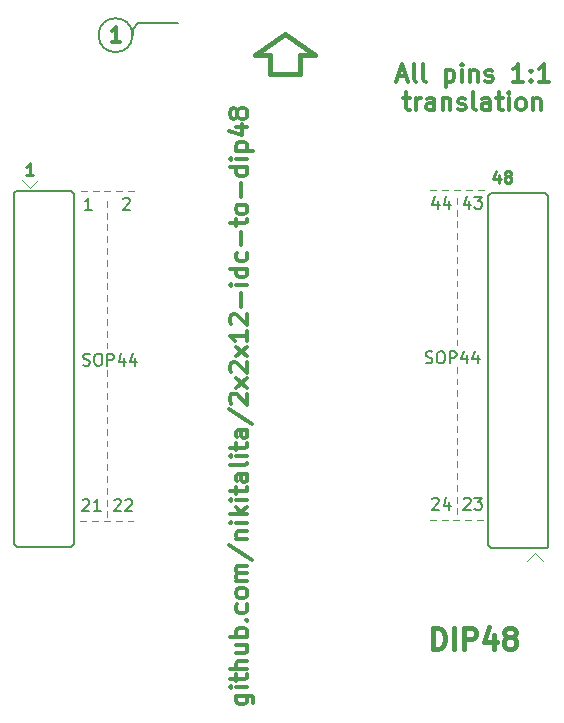
<source format=gbr>
%TF.GenerationSoftware,KiCad,Pcbnew,(6.0.1)*%
%TF.CreationDate,2022-07-28T18:23:26-07:00*%
%TF.ProjectId,2x2x12-idc-to-dip48,32783278-3132-42d6-9964-632d746f2d64,rev?*%
%TF.SameCoordinates,Original*%
%TF.FileFunction,Legend,Top*%
%TF.FilePolarity,Positive*%
%FSLAX46Y46*%
G04 Gerber Fmt 4.6, Leading zero omitted, Abs format (unit mm)*
G04 Created by KiCad (PCBNEW (6.0.1)) date 2022-07-28 18:23:26*
%MOMM*%
%LPD*%
G01*
G04 APERTURE LIST*
%ADD10C,0.300000*%
%ADD11C,0.250000*%
%ADD12C,0.120000*%
%ADD13C,0.152400*%
%ADD14C,0.381000*%
%ADD15C,0.203200*%
%ADD16C,0.317500*%
%ADD17C,0.150000*%
%ADD18O,1.778000X1.524000*%
G04 APERTURE END LIST*
D10*
X121778242Y-76876100D02*
X122492528Y-76876100D01*
X121635385Y-77304671D02*
X122135385Y-75804671D01*
X122635385Y-77304671D01*
X123349671Y-77304671D02*
X123206814Y-77233242D01*
X123135385Y-77090385D01*
X123135385Y-75804671D01*
X124135385Y-77304671D02*
X123992528Y-77233242D01*
X123921100Y-77090385D01*
X123921100Y-75804671D01*
X125849671Y-76304671D02*
X125849671Y-77804671D01*
X125849671Y-76376100D02*
X125992528Y-76304671D01*
X126278242Y-76304671D01*
X126421100Y-76376100D01*
X126492528Y-76447528D01*
X126563957Y-76590385D01*
X126563957Y-77018957D01*
X126492528Y-77161814D01*
X126421100Y-77233242D01*
X126278242Y-77304671D01*
X125992528Y-77304671D01*
X125849671Y-77233242D01*
X127206814Y-77304671D02*
X127206814Y-76304671D01*
X127206814Y-75804671D02*
X127135385Y-75876100D01*
X127206814Y-75947528D01*
X127278242Y-75876100D01*
X127206814Y-75804671D01*
X127206814Y-75947528D01*
X127921100Y-76304671D02*
X127921100Y-77304671D01*
X127921100Y-76447528D02*
X127992528Y-76376100D01*
X128135385Y-76304671D01*
X128349671Y-76304671D01*
X128492528Y-76376100D01*
X128563957Y-76518957D01*
X128563957Y-77304671D01*
X129206814Y-77233242D02*
X129349671Y-77304671D01*
X129635385Y-77304671D01*
X129778242Y-77233242D01*
X129849671Y-77090385D01*
X129849671Y-77018957D01*
X129778242Y-76876100D01*
X129635385Y-76804671D01*
X129421100Y-76804671D01*
X129278242Y-76733242D01*
X129206814Y-76590385D01*
X129206814Y-76518957D01*
X129278242Y-76376100D01*
X129421100Y-76304671D01*
X129635385Y-76304671D01*
X129778242Y-76376100D01*
X132421100Y-77304671D02*
X131563957Y-77304671D01*
X131992528Y-77304671D02*
X131992528Y-75804671D01*
X131849671Y-76018957D01*
X131706814Y-76161814D01*
X131563957Y-76233242D01*
X133063957Y-77161814D02*
X133135385Y-77233242D01*
X133063957Y-77304671D01*
X132992528Y-77233242D01*
X133063957Y-77161814D01*
X133063957Y-77304671D01*
X133063957Y-76376100D02*
X133135385Y-76447528D01*
X133063957Y-76518957D01*
X132992528Y-76447528D01*
X133063957Y-76376100D01*
X133063957Y-76518957D01*
X134563957Y-77304671D02*
X133706814Y-77304671D01*
X134135385Y-77304671D02*
X134135385Y-75804671D01*
X133992528Y-76018957D01*
X133849671Y-76161814D01*
X133706814Y-76233242D01*
X122242528Y-78719671D02*
X122813957Y-78719671D01*
X122456814Y-78219671D02*
X122456814Y-79505385D01*
X122528242Y-79648242D01*
X122671100Y-79719671D01*
X122813957Y-79719671D01*
X123313957Y-79719671D02*
X123313957Y-78719671D01*
X123313957Y-79005385D02*
X123385385Y-78862528D01*
X123456814Y-78791100D01*
X123599671Y-78719671D01*
X123742528Y-78719671D01*
X124885385Y-79719671D02*
X124885385Y-78933957D01*
X124813957Y-78791100D01*
X124671100Y-78719671D01*
X124385385Y-78719671D01*
X124242528Y-78791100D01*
X124885385Y-79648242D02*
X124742528Y-79719671D01*
X124385385Y-79719671D01*
X124242528Y-79648242D01*
X124171100Y-79505385D01*
X124171100Y-79362528D01*
X124242528Y-79219671D01*
X124385385Y-79148242D01*
X124742528Y-79148242D01*
X124885385Y-79076814D01*
X125599671Y-78719671D02*
X125599671Y-79719671D01*
X125599671Y-78862528D02*
X125671100Y-78791100D01*
X125813957Y-78719671D01*
X126028242Y-78719671D01*
X126171100Y-78791100D01*
X126242528Y-78933957D01*
X126242528Y-79719671D01*
X126885385Y-79648242D02*
X127028242Y-79719671D01*
X127313957Y-79719671D01*
X127456814Y-79648242D01*
X127528242Y-79505385D01*
X127528242Y-79433957D01*
X127456814Y-79291100D01*
X127313957Y-79219671D01*
X127099671Y-79219671D01*
X126956814Y-79148242D01*
X126885385Y-79005385D01*
X126885385Y-78933957D01*
X126956814Y-78791100D01*
X127099671Y-78719671D01*
X127313957Y-78719671D01*
X127456814Y-78791100D01*
X128385385Y-79719671D02*
X128242528Y-79648242D01*
X128171100Y-79505385D01*
X128171100Y-78219671D01*
X129599671Y-79719671D02*
X129599671Y-78933957D01*
X129528242Y-78791100D01*
X129385385Y-78719671D01*
X129099671Y-78719671D01*
X128956814Y-78791100D01*
X129599671Y-79648242D02*
X129456814Y-79719671D01*
X129099671Y-79719671D01*
X128956814Y-79648242D01*
X128885385Y-79505385D01*
X128885385Y-79362528D01*
X128956814Y-79219671D01*
X129099671Y-79148242D01*
X129456814Y-79148242D01*
X129599671Y-79076814D01*
X130099671Y-78719671D02*
X130671100Y-78719671D01*
X130313957Y-78219671D02*
X130313957Y-79505385D01*
X130385385Y-79648242D01*
X130528242Y-79719671D01*
X130671100Y-79719671D01*
X131171100Y-79719671D02*
X131171100Y-78719671D01*
X131171100Y-78219671D02*
X131099671Y-78291100D01*
X131171100Y-78362528D01*
X131242528Y-78291100D01*
X131171100Y-78219671D01*
X131171100Y-78362528D01*
X132099671Y-79719671D02*
X131956814Y-79648242D01*
X131885385Y-79576814D01*
X131813957Y-79433957D01*
X131813957Y-79005385D01*
X131885385Y-78862528D01*
X131956814Y-78791100D01*
X132099671Y-78719671D01*
X132313957Y-78719671D01*
X132456814Y-78791100D01*
X132528242Y-78862528D01*
X132599671Y-79005385D01*
X132599671Y-79433957D01*
X132528242Y-79576814D01*
X132456814Y-79648242D01*
X132313957Y-79719671D01*
X132099671Y-79719671D01*
X133242528Y-78719671D02*
X133242528Y-79719671D01*
X133242528Y-78862528D02*
X133313957Y-78791100D01*
X133456814Y-78719671D01*
X133671100Y-78719671D01*
X133813957Y-78791100D01*
X133885385Y-78933957D01*
X133885385Y-79719671D01*
D11*
X130345385Y-85219314D02*
X130345385Y-85885980D01*
X130107290Y-84838361D02*
X129869195Y-85552647D01*
X130488242Y-85552647D01*
X131012052Y-85314552D02*
X130916814Y-85266933D01*
X130869195Y-85219314D01*
X130821576Y-85124076D01*
X130821576Y-85076457D01*
X130869195Y-84981219D01*
X130916814Y-84933600D01*
X131012052Y-84885980D01*
X131202528Y-84885980D01*
X131297766Y-84933600D01*
X131345385Y-84981219D01*
X131393004Y-85076457D01*
X131393004Y-85124076D01*
X131345385Y-85219314D01*
X131297766Y-85266933D01*
X131202528Y-85314552D01*
X131012052Y-85314552D01*
X130916814Y-85362171D01*
X130869195Y-85409790D01*
X130821576Y-85505028D01*
X130821576Y-85695504D01*
X130869195Y-85790742D01*
X130916814Y-85838361D01*
X131012052Y-85885980D01*
X131202528Y-85885980D01*
X131297766Y-85838361D01*
X131345385Y-85790742D01*
X131393004Y-85695504D01*
X131393004Y-85505028D01*
X131345385Y-85409790D01*
X131297766Y-85362171D01*
X131202528Y-85314552D01*
X90916814Y-85225980D02*
X90345385Y-85225980D01*
X90631100Y-85225980D02*
X90631100Y-84225980D01*
X90535861Y-84368838D01*
X90440623Y-84464076D01*
X90345385Y-84511695D01*
D10*
X108059671Y-129293600D02*
X109273957Y-129293600D01*
X109416814Y-129365028D01*
X109488242Y-129436457D01*
X109559671Y-129579314D01*
X109559671Y-129793600D01*
X109488242Y-129936457D01*
X108988242Y-129293600D02*
X109059671Y-129436457D01*
X109059671Y-129722171D01*
X108988242Y-129865028D01*
X108916814Y-129936457D01*
X108773957Y-130007885D01*
X108345385Y-130007885D01*
X108202528Y-129936457D01*
X108131100Y-129865028D01*
X108059671Y-129722171D01*
X108059671Y-129436457D01*
X108131100Y-129293600D01*
X109059671Y-128579314D02*
X108059671Y-128579314D01*
X107559671Y-128579314D02*
X107631100Y-128650742D01*
X107702528Y-128579314D01*
X107631100Y-128507885D01*
X107559671Y-128579314D01*
X107702528Y-128579314D01*
X108059671Y-128079314D02*
X108059671Y-127507885D01*
X107559671Y-127865028D02*
X108845385Y-127865028D01*
X108988242Y-127793600D01*
X109059671Y-127650742D01*
X109059671Y-127507885D01*
X109059671Y-127007885D02*
X107559671Y-127007885D01*
X109059671Y-126365028D02*
X108273957Y-126365028D01*
X108131100Y-126436457D01*
X108059671Y-126579314D01*
X108059671Y-126793600D01*
X108131100Y-126936457D01*
X108202528Y-127007885D01*
X108059671Y-125007885D02*
X109059671Y-125007885D01*
X108059671Y-125650742D02*
X108845385Y-125650742D01*
X108988242Y-125579314D01*
X109059671Y-125436457D01*
X109059671Y-125222171D01*
X108988242Y-125079314D01*
X108916814Y-125007885D01*
X109059671Y-124293600D02*
X107559671Y-124293600D01*
X108131100Y-124293600D02*
X108059671Y-124150742D01*
X108059671Y-123865028D01*
X108131100Y-123722171D01*
X108202528Y-123650742D01*
X108345385Y-123579314D01*
X108773957Y-123579314D01*
X108916814Y-123650742D01*
X108988242Y-123722171D01*
X109059671Y-123865028D01*
X109059671Y-124150742D01*
X108988242Y-124293600D01*
X108916814Y-122936457D02*
X108988242Y-122865028D01*
X109059671Y-122936457D01*
X108988242Y-123007885D01*
X108916814Y-122936457D01*
X109059671Y-122936457D01*
X108988242Y-121579314D02*
X109059671Y-121722171D01*
X109059671Y-122007885D01*
X108988242Y-122150742D01*
X108916814Y-122222171D01*
X108773957Y-122293600D01*
X108345385Y-122293600D01*
X108202528Y-122222171D01*
X108131100Y-122150742D01*
X108059671Y-122007885D01*
X108059671Y-121722171D01*
X108131100Y-121579314D01*
X109059671Y-120722171D02*
X108988242Y-120865028D01*
X108916814Y-120936457D01*
X108773957Y-121007885D01*
X108345385Y-121007885D01*
X108202528Y-120936457D01*
X108131100Y-120865028D01*
X108059671Y-120722171D01*
X108059671Y-120507885D01*
X108131100Y-120365028D01*
X108202528Y-120293600D01*
X108345385Y-120222171D01*
X108773957Y-120222171D01*
X108916814Y-120293600D01*
X108988242Y-120365028D01*
X109059671Y-120507885D01*
X109059671Y-120722171D01*
X109059671Y-119579314D02*
X108059671Y-119579314D01*
X108202528Y-119579314D02*
X108131100Y-119507885D01*
X108059671Y-119365028D01*
X108059671Y-119150742D01*
X108131100Y-119007885D01*
X108273957Y-118936457D01*
X109059671Y-118936457D01*
X108273957Y-118936457D02*
X108131100Y-118865028D01*
X108059671Y-118722171D01*
X108059671Y-118507885D01*
X108131100Y-118365028D01*
X108273957Y-118293600D01*
X109059671Y-118293600D01*
X107488242Y-116507885D02*
X109416814Y-117793600D01*
X108059671Y-116007885D02*
X109059671Y-116007885D01*
X108202528Y-116007885D02*
X108131100Y-115936457D01*
X108059671Y-115793600D01*
X108059671Y-115579314D01*
X108131100Y-115436457D01*
X108273957Y-115365028D01*
X109059671Y-115365028D01*
X109059671Y-114650742D02*
X108059671Y-114650742D01*
X107559671Y-114650742D02*
X107631100Y-114722171D01*
X107702528Y-114650742D01*
X107631100Y-114579314D01*
X107559671Y-114650742D01*
X107702528Y-114650742D01*
X109059671Y-113936457D02*
X107559671Y-113936457D01*
X108488242Y-113793600D02*
X109059671Y-113365028D01*
X108059671Y-113365028D02*
X108631100Y-113936457D01*
X109059671Y-112722171D02*
X108059671Y-112722171D01*
X107559671Y-112722171D02*
X107631100Y-112793600D01*
X107702528Y-112722171D01*
X107631100Y-112650742D01*
X107559671Y-112722171D01*
X107702528Y-112722171D01*
X108059671Y-112222171D02*
X108059671Y-111650742D01*
X107559671Y-112007885D02*
X108845385Y-112007885D01*
X108988242Y-111936457D01*
X109059671Y-111793600D01*
X109059671Y-111650742D01*
X109059671Y-110507885D02*
X108273957Y-110507885D01*
X108131100Y-110579314D01*
X108059671Y-110722171D01*
X108059671Y-111007885D01*
X108131100Y-111150742D01*
X108988242Y-110507885D02*
X109059671Y-110650742D01*
X109059671Y-111007885D01*
X108988242Y-111150742D01*
X108845385Y-111222171D01*
X108702528Y-111222171D01*
X108559671Y-111150742D01*
X108488242Y-111007885D01*
X108488242Y-110650742D01*
X108416814Y-110507885D01*
X109059671Y-109579314D02*
X108988242Y-109722171D01*
X108845385Y-109793600D01*
X107559671Y-109793600D01*
X109059671Y-109007885D02*
X108059671Y-109007885D01*
X107559671Y-109007885D02*
X107631100Y-109079314D01*
X107702528Y-109007885D01*
X107631100Y-108936457D01*
X107559671Y-109007885D01*
X107702528Y-109007885D01*
X108059671Y-108507885D02*
X108059671Y-107936457D01*
X107559671Y-108293600D02*
X108845385Y-108293600D01*
X108988242Y-108222171D01*
X109059671Y-108079314D01*
X109059671Y-107936457D01*
X109059671Y-106793600D02*
X108273957Y-106793600D01*
X108131100Y-106865028D01*
X108059671Y-107007885D01*
X108059671Y-107293600D01*
X108131100Y-107436457D01*
X108988242Y-106793600D02*
X109059671Y-106936457D01*
X109059671Y-107293600D01*
X108988242Y-107436457D01*
X108845385Y-107507885D01*
X108702528Y-107507885D01*
X108559671Y-107436457D01*
X108488242Y-107293600D01*
X108488242Y-106936457D01*
X108416814Y-106793600D01*
X107488242Y-105007885D02*
X109416814Y-106293600D01*
X107702528Y-104579314D02*
X107631100Y-104507885D01*
X107559671Y-104365028D01*
X107559671Y-104007885D01*
X107631100Y-103865028D01*
X107702528Y-103793600D01*
X107845385Y-103722171D01*
X107988242Y-103722171D01*
X108202528Y-103793600D01*
X109059671Y-104650742D01*
X109059671Y-103722171D01*
X109059671Y-103222171D02*
X108059671Y-102436457D01*
X108059671Y-103222171D02*
X109059671Y-102436457D01*
X107702528Y-101936457D02*
X107631100Y-101865028D01*
X107559671Y-101722171D01*
X107559671Y-101365028D01*
X107631100Y-101222171D01*
X107702528Y-101150742D01*
X107845385Y-101079314D01*
X107988242Y-101079314D01*
X108202528Y-101150742D01*
X109059671Y-102007885D01*
X109059671Y-101079314D01*
X109059671Y-100579314D02*
X108059671Y-99793600D01*
X108059671Y-100579314D02*
X109059671Y-99793600D01*
X109059671Y-98436457D02*
X109059671Y-99293600D01*
X109059671Y-98865028D02*
X107559671Y-98865028D01*
X107773957Y-99007885D01*
X107916814Y-99150742D01*
X107988242Y-99293600D01*
X107702528Y-97865028D02*
X107631100Y-97793600D01*
X107559671Y-97650742D01*
X107559671Y-97293600D01*
X107631100Y-97150742D01*
X107702528Y-97079314D01*
X107845385Y-97007885D01*
X107988242Y-97007885D01*
X108202528Y-97079314D01*
X109059671Y-97936457D01*
X109059671Y-97007885D01*
X108488242Y-96365028D02*
X108488242Y-95222171D01*
X109059671Y-94507885D02*
X108059671Y-94507885D01*
X107559671Y-94507885D02*
X107631100Y-94579314D01*
X107702528Y-94507885D01*
X107631100Y-94436457D01*
X107559671Y-94507885D01*
X107702528Y-94507885D01*
X109059671Y-93150742D02*
X107559671Y-93150742D01*
X108988242Y-93150742D02*
X109059671Y-93293600D01*
X109059671Y-93579314D01*
X108988242Y-93722171D01*
X108916814Y-93793600D01*
X108773957Y-93865028D01*
X108345385Y-93865028D01*
X108202528Y-93793600D01*
X108131100Y-93722171D01*
X108059671Y-93579314D01*
X108059671Y-93293600D01*
X108131100Y-93150742D01*
X108988242Y-91793600D02*
X109059671Y-91936457D01*
X109059671Y-92222171D01*
X108988242Y-92365028D01*
X108916814Y-92436457D01*
X108773957Y-92507885D01*
X108345385Y-92507885D01*
X108202528Y-92436457D01*
X108131100Y-92365028D01*
X108059671Y-92222171D01*
X108059671Y-91936457D01*
X108131100Y-91793600D01*
X108488242Y-91150742D02*
X108488242Y-90007885D01*
X108059671Y-89507885D02*
X108059671Y-88936457D01*
X107559671Y-89293600D02*
X108845385Y-89293600D01*
X108988242Y-89222171D01*
X109059671Y-89079314D01*
X109059671Y-88936457D01*
X109059671Y-88222171D02*
X108988242Y-88365028D01*
X108916814Y-88436457D01*
X108773957Y-88507885D01*
X108345385Y-88507885D01*
X108202528Y-88436457D01*
X108131100Y-88365028D01*
X108059671Y-88222171D01*
X108059671Y-88007885D01*
X108131100Y-87865028D01*
X108202528Y-87793600D01*
X108345385Y-87722171D01*
X108773957Y-87722171D01*
X108916814Y-87793600D01*
X108988242Y-87865028D01*
X109059671Y-88007885D01*
X109059671Y-88222171D01*
X108488242Y-87079314D02*
X108488242Y-85936457D01*
X109059671Y-84579314D02*
X107559671Y-84579314D01*
X108988242Y-84579314D02*
X109059671Y-84722171D01*
X109059671Y-85007885D01*
X108988242Y-85150742D01*
X108916814Y-85222171D01*
X108773957Y-85293600D01*
X108345385Y-85293600D01*
X108202528Y-85222171D01*
X108131100Y-85150742D01*
X108059671Y-85007885D01*
X108059671Y-84722171D01*
X108131100Y-84579314D01*
X109059671Y-83865028D02*
X108059671Y-83865028D01*
X107559671Y-83865028D02*
X107631100Y-83936457D01*
X107702528Y-83865028D01*
X107631100Y-83793600D01*
X107559671Y-83865028D01*
X107702528Y-83865028D01*
X108059671Y-83150742D02*
X109559671Y-83150742D01*
X108131100Y-83150742D02*
X108059671Y-83007885D01*
X108059671Y-82722171D01*
X108131100Y-82579314D01*
X108202528Y-82507885D01*
X108345385Y-82436457D01*
X108773957Y-82436457D01*
X108916814Y-82507885D01*
X108988242Y-82579314D01*
X109059671Y-82722171D01*
X109059671Y-83007885D01*
X108988242Y-83150742D01*
X108059671Y-81150742D02*
X109059671Y-81150742D01*
X107488242Y-81507885D02*
X108559671Y-81865028D01*
X108559671Y-80936457D01*
X108202528Y-80150742D02*
X108131100Y-80293600D01*
X108059671Y-80365028D01*
X107916814Y-80436457D01*
X107845385Y-80436457D01*
X107702528Y-80365028D01*
X107631100Y-80293600D01*
X107559671Y-80150742D01*
X107559671Y-79865028D01*
X107631100Y-79722171D01*
X107702528Y-79650742D01*
X107845385Y-79579314D01*
X107916814Y-79579314D01*
X108059671Y-79650742D01*
X108131100Y-79722171D01*
X108202528Y-79865028D01*
X108202528Y-80150742D01*
X108273957Y-80293600D01*
X108345385Y-80365028D01*
X108488242Y-80436457D01*
X108773957Y-80436457D01*
X108916814Y-80365028D01*
X108988242Y-80293600D01*
X109059671Y-80150742D01*
X109059671Y-79865028D01*
X108988242Y-79722171D01*
X108916814Y-79650742D01*
X108773957Y-79579314D01*
X108488242Y-79579314D01*
X108345385Y-79650742D01*
X108273957Y-79722171D01*
X108202528Y-79865028D01*
D12*
X125501100Y-114403600D02*
X126001100Y-114403600D01*
X97901100Y-114503600D02*
X98401100Y-114503600D01*
X94901100Y-114503600D02*
X95401100Y-114503600D01*
X97201100Y-89903600D02*
X97201100Y-89403600D01*
X126801100Y-104953600D02*
X126801100Y-104453600D01*
X96951100Y-86603600D02*
X97451100Y-86603600D01*
X97201100Y-98903600D02*
X97201100Y-98403600D01*
X97201100Y-114203600D02*
X97201100Y-113703600D01*
D13*
X113510009Y-76682600D02*
X113510009Y-75031600D01*
D14*
X113510009Y-76682600D02*
X113510009Y-75031600D01*
D13*
X109700009Y-75031600D02*
X110970009Y-75031600D01*
X100683009Y-72364600D02*
X103201100Y-72364600D01*
X109700009Y-75031600D02*
X112240009Y-73253600D01*
D12*
X132701100Y-117883600D02*
X133371100Y-117213600D01*
X97201100Y-91903600D02*
X97201100Y-91403600D01*
X97201100Y-111203600D02*
X97201100Y-110703600D01*
X97201100Y-109203600D02*
X97201100Y-108703600D01*
X97201100Y-93903600D02*
X97201100Y-93403600D01*
X97201100Y-102203600D02*
X97201100Y-101703600D01*
X134041100Y-117883600D02*
X133371100Y-117213600D01*
D14*
X109700009Y-75031600D02*
X112240009Y-73253600D01*
D12*
X97201100Y-87903600D02*
X97201100Y-87403600D01*
X97951100Y-86603600D02*
X98451100Y-86603600D01*
X97201100Y-94903600D02*
X97201100Y-94403600D01*
X126801100Y-87653600D02*
X126801100Y-87153600D01*
X126801100Y-93653600D02*
X126801100Y-93153600D01*
X97201100Y-99903600D02*
X97201100Y-99403600D01*
X126801100Y-111953600D02*
X126801100Y-111453600D01*
D13*
X113510009Y-75031600D02*
X114780009Y-75031600D01*
D12*
X127501100Y-114403600D02*
X128001100Y-114403600D01*
X126801100Y-105953600D02*
X126801100Y-105453600D01*
D13*
X113383009Y-76682600D02*
X113510009Y-76682600D01*
D12*
X98901100Y-114503600D02*
X99401100Y-114503600D01*
X126501100Y-114403600D02*
X127001100Y-114403600D01*
D13*
X110970009Y-76682600D02*
X110970009Y-75031600D01*
D12*
X126801100Y-98653600D02*
X126801100Y-98153600D01*
D13*
X99794009Y-72364600D02*
X100683009Y-72364600D01*
D12*
X126801100Y-90653600D02*
X126801100Y-90153600D01*
X97201100Y-97903600D02*
X97201100Y-97403600D01*
X126801100Y-92653600D02*
X126801100Y-92153600D01*
X89961100Y-85663600D02*
X90631100Y-86333600D01*
X97201100Y-107203600D02*
X97201100Y-106703600D01*
D14*
X112240009Y-73253600D02*
X114780009Y-75031600D01*
D12*
X94951100Y-86603600D02*
X95451100Y-86603600D01*
D14*
X113510009Y-75031600D02*
X114780009Y-75031600D01*
D12*
X126801100Y-109953600D02*
X126801100Y-109453600D01*
X126801100Y-110953600D02*
X126801100Y-110453600D01*
D13*
X99325887Y-72832773D02*
X99794009Y-72364600D01*
D15*
X99325877Y-73380600D02*
G75*
G03*
X99325877Y-73380600I-1436853J0D01*
G01*
D12*
X97201100Y-104203600D02*
X97201100Y-103703600D01*
X126801100Y-106953600D02*
X126801100Y-106453600D01*
X126801100Y-91653600D02*
X126801100Y-91153600D01*
D14*
X110970009Y-76682600D02*
X110970009Y-75031600D01*
D12*
X97201100Y-96903600D02*
X97201100Y-96403600D01*
X124551100Y-86503600D02*
X125051100Y-86503600D01*
X97201100Y-95903600D02*
X97201100Y-95403600D01*
X97201100Y-110203600D02*
X97201100Y-109703600D01*
X126551100Y-86503600D02*
X127051100Y-86503600D01*
X126801100Y-113953600D02*
X126801100Y-113453600D01*
X128551100Y-86503600D02*
X129051100Y-86503600D01*
X127551100Y-86503600D02*
X128051100Y-86503600D01*
X126801100Y-101953600D02*
X126801100Y-101453600D01*
X126801100Y-99653600D02*
X126801100Y-99153600D01*
X97201100Y-106203600D02*
X97201100Y-105703600D01*
X95951100Y-86603600D02*
X96451100Y-86603600D01*
X95901100Y-114503600D02*
X96401100Y-114503600D01*
X126801100Y-107953600D02*
X126801100Y-107453600D01*
D14*
X110970009Y-76682600D02*
X113510009Y-76682600D01*
D12*
X97201100Y-92903600D02*
X97201100Y-92403600D01*
X97201100Y-108203600D02*
X97201100Y-107703600D01*
X126801100Y-88653600D02*
X126801100Y-88153600D01*
X97201100Y-105203600D02*
X97201100Y-104703600D01*
X126801100Y-96653600D02*
X126801100Y-96153600D01*
X97201100Y-113203600D02*
X97201100Y-112703600D01*
D13*
X112240009Y-73253600D02*
X114780009Y-75031600D01*
X99325887Y-73380600D02*
X99325887Y-72832773D01*
D12*
X97201100Y-90903600D02*
X97201100Y-90403600D01*
D13*
X110970009Y-76682600D02*
X113383009Y-76682600D01*
D12*
X125551100Y-86503600D02*
X126051100Y-86503600D01*
X126801100Y-112953600D02*
X126801100Y-112453600D01*
X98951100Y-86603600D02*
X99451100Y-86603600D01*
X97201100Y-112203600D02*
X97201100Y-111703600D01*
X97201100Y-103203600D02*
X97201100Y-102703600D01*
X124501100Y-114403600D02*
X125001100Y-114403600D01*
X96901100Y-114503600D02*
X97401100Y-114503600D01*
X126801100Y-108953600D02*
X126801100Y-108453600D01*
X126801100Y-102953600D02*
X126801100Y-102453600D01*
X126801100Y-97653600D02*
X126801100Y-97153600D01*
X91301100Y-85663600D02*
X90631100Y-86333600D01*
X128501100Y-114403600D02*
X129001100Y-114403600D01*
D14*
X109700009Y-75031600D02*
X110970009Y-75031600D01*
D12*
X126801100Y-94653600D02*
X126801100Y-94153600D01*
X97201100Y-88903600D02*
X97201100Y-88403600D01*
X126801100Y-95653600D02*
X126801100Y-95153600D01*
X126801100Y-103953600D02*
X126801100Y-103453600D01*
X126801100Y-89653600D02*
X126801100Y-89153600D01*
D16*
X98275094Y-73923123D02*
X97549379Y-73923123D01*
X97912236Y-73923123D02*
X97912236Y-72653123D01*
X97791284Y-72834552D01*
X97670332Y-72955504D01*
X97549379Y-73015980D01*
D17*
X95105861Y-112751219D02*
X95153480Y-112703600D01*
X95248719Y-112655980D01*
X95486814Y-112655980D01*
X95582052Y-112703600D01*
X95629671Y-112751219D01*
X95677290Y-112846457D01*
X95677290Y-112941695D01*
X95629671Y-113084552D01*
X95058242Y-113655980D01*
X95677290Y-113655980D01*
X96629671Y-113655980D02*
X96058242Y-113655980D01*
X96343957Y-113655980D02*
X96343957Y-112655980D01*
X96248719Y-112798838D01*
X96153480Y-112894076D01*
X96058242Y-112941695D01*
X97772528Y-112751219D02*
X97820147Y-112703600D01*
X97915385Y-112655980D01*
X98153480Y-112655980D01*
X98248719Y-112703600D01*
X98296338Y-112751219D01*
X98343957Y-112846457D01*
X98343957Y-112941695D01*
X98296338Y-113084552D01*
X97724909Y-113655980D01*
X98343957Y-113655980D01*
X98724909Y-112751219D02*
X98772528Y-112703600D01*
X98867766Y-112655980D01*
X99105861Y-112655980D01*
X99201100Y-112703600D01*
X99248719Y-112751219D01*
X99296338Y-112846457D01*
X99296338Y-112941695D01*
X99248719Y-113084552D01*
X98677290Y-113655980D01*
X99296338Y-113655980D01*
X124705861Y-112651219D02*
X124753480Y-112603600D01*
X124848719Y-112555980D01*
X125086814Y-112555980D01*
X125182052Y-112603600D01*
X125229671Y-112651219D01*
X125277290Y-112746457D01*
X125277290Y-112841695D01*
X125229671Y-112984552D01*
X124658242Y-113555980D01*
X125277290Y-113555980D01*
X126134433Y-112889314D02*
X126134433Y-113555980D01*
X125896338Y-112508361D02*
X125658242Y-113222647D01*
X126277290Y-113222647D01*
X127372528Y-112651219D02*
X127420147Y-112603600D01*
X127515385Y-112555980D01*
X127753480Y-112555980D01*
X127848719Y-112603600D01*
X127896338Y-112651219D01*
X127943957Y-112746457D01*
X127943957Y-112841695D01*
X127896338Y-112984552D01*
X127324909Y-113555980D01*
X127943957Y-113555980D01*
X128277290Y-112555980D02*
X128896338Y-112555980D01*
X128563004Y-112936933D01*
X128705861Y-112936933D01*
X128801100Y-112984552D01*
X128848719Y-113032171D01*
X128896338Y-113127409D01*
X128896338Y-113365504D01*
X128848719Y-113460742D01*
X128801100Y-113508361D01*
X128705861Y-113555980D01*
X128420147Y-113555980D01*
X128324909Y-113508361D01*
X128277290Y-113460742D01*
X95867766Y-88155980D02*
X95296338Y-88155980D01*
X95582052Y-88155980D02*
X95582052Y-87155980D01*
X95486814Y-87298838D01*
X95391576Y-87394076D01*
X95296338Y-87441695D01*
X98534433Y-87251219D02*
X98582052Y-87203600D01*
X98677290Y-87155980D01*
X98915385Y-87155980D01*
X99010623Y-87203600D01*
X99058242Y-87251219D01*
X99105861Y-87346457D01*
X99105861Y-87441695D01*
X99058242Y-87584552D01*
X98486814Y-88155980D01*
X99105861Y-88155980D01*
X125182052Y-87389314D02*
X125182052Y-88055980D01*
X124943957Y-87008361D02*
X124705861Y-87722647D01*
X125324909Y-87722647D01*
X126134433Y-87389314D02*
X126134433Y-88055980D01*
X125896338Y-87008361D02*
X125658242Y-87722647D01*
X126277290Y-87722647D01*
X127848719Y-87389314D02*
X127848719Y-88055980D01*
X127610623Y-87008361D02*
X127372528Y-87722647D01*
X127991576Y-87722647D01*
X128277290Y-87055980D02*
X128896338Y-87055980D01*
X128563004Y-87436933D01*
X128705861Y-87436933D01*
X128801100Y-87484552D01*
X128848719Y-87532171D01*
X128896338Y-87627409D01*
X128896338Y-87865504D01*
X128848719Y-87960742D01*
X128801100Y-88008361D01*
X128705861Y-88055980D01*
X128420147Y-88055980D01*
X128324909Y-88008361D01*
X128277290Y-87960742D01*
D14*
X124772083Y-125318933D02*
X124772083Y-123540933D01*
X125195416Y-123540933D01*
X125449416Y-123625600D01*
X125618750Y-123794933D01*
X125703416Y-123964266D01*
X125788083Y-124302933D01*
X125788083Y-124556933D01*
X125703416Y-124895600D01*
X125618750Y-125064933D01*
X125449416Y-125234266D01*
X125195416Y-125318933D01*
X124772083Y-125318933D01*
X126550083Y-125318933D02*
X126550083Y-123540933D01*
X127396750Y-125318933D02*
X127396750Y-123540933D01*
X128074083Y-123540933D01*
X128243416Y-123625600D01*
X128328083Y-123710266D01*
X128412750Y-123879600D01*
X128412750Y-124133600D01*
X128328083Y-124302933D01*
X128243416Y-124387600D01*
X128074083Y-124472266D01*
X127396750Y-124472266D01*
X129936750Y-124133600D02*
X129936750Y-125318933D01*
X129513416Y-123456266D02*
X129090083Y-124726266D01*
X130190750Y-124726266D01*
X131122083Y-124302933D02*
X130952750Y-124218266D01*
X130868083Y-124133600D01*
X130783416Y-123964266D01*
X130783416Y-123879600D01*
X130868083Y-123710266D01*
X130952750Y-123625600D01*
X131122083Y-123540933D01*
X131460750Y-123540933D01*
X131630083Y-123625600D01*
X131714750Y-123710266D01*
X131799416Y-123879600D01*
X131799416Y-123964266D01*
X131714750Y-124133600D01*
X131630083Y-124218266D01*
X131460750Y-124302933D01*
X131122083Y-124302933D01*
X130952750Y-124387600D01*
X130868083Y-124472266D01*
X130783416Y-124641600D01*
X130783416Y-124980266D01*
X130868083Y-125149600D01*
X130952750Y-125234266D01*
X131122083Y-125318933D01*
X131460750Y-125318933D01*
X131630083Y-125234266D01*
X131714750Y-125149600D01*
X131799416Y-124980266D01*
X131799416Y-124641600D01*
X131714750Y-124472266D01*
X131630083Y-124387600D01*
X131460750Y-124302933D01*
D17*
X124139195Y-101108361D02*
X124282052Y-101155980D01*
X124520147Y-101155980D01*
X124615385Y-101108361D01*
X124663004Y-101060742D01*
X124710623Y-100965504D01*
X124710623Y-100870266D01*
X124663004Y-100775028D01*
X124615385Y-100727409D01*
X124520147Y-100679790D01*
X124329671Y-100632171D01*
X124234433Y-100584552D01*
X124186814Y-100536933D01*
X124139195Y-100441695D01*
X124139195Y-100346457D01*
X124186814Y-100251219D01*
X124234433Y-100203600D01*
X124329671Y-100155980D01*
X124567766Y-100155980D01*
X124710623Y-100203600D01*
X125329671Y-100155980D02*
X125520147Y-100155980D01*
X125615385Y-100203600D01*
X125710623Y-100298838D01*
X125758242Y-100489314D01*
X125758242Y-100822647D01*
X125710623Y-101013123D01*
X125615385Y-101108361D01*
X125520147Y-101155980D01*
X125329671Y-101155980D01*
X125234433Y-101108361D01*
X125139195Y-101013123D01*
X125091576Y-100822647D01*
X125091576Y-100489314D01*
X125139195Y-100298838D01*
X125234433Y-100203600D01*
X125329671Y-100155980D01*
X126186814Y-101155980D02*
X126186814Y-100155980D01*
X126567766Y-100155980D01*
X126663004Y-100203600D01*
X126710623Y-100251219D01*
X126758242Y-100346457D01*
X126758242Y-100489314D01*
X126710623Y-100584552D01*
X126663004Y-100632171D01*
X126567766Y-100679790D01*
X126186814Y-100679790D01*
X127615385Y-100489314D02*
X127615385Y-101155980D01*
X127377290Y-100108361D02*
X127139195Y-100822647D01*
X127758242Y-100822647D01*
X128567766Y-100489314D02*
X128567766Y-101155980D01*
X128329671Y-100108361D02*
X128091576Y-100822647D01*
X128710623Y-100822647D01*
X95139195Y-101308361D02*
X95282052Y-101355980D01*
X95520147Y-101355980D01*
X95615385Y-101308361D01*
X95663004Y-101260742D01*
X95710623Y-101165504D01*
X95710623Y-101070266D01*
X95663004Y-100975028D01*
X95615385Y-100927409D01*
X95520147Y-100879790D01*
X95329671Y-100832171D01*
X95234433Y-100784552D01*
X95186814Y-100736933D01*
X95139195Y-100641695D01*
X95139195Y-100546457D01*
X95186814Y-100451219D01*
X95234433Y-100403600D01*
X95329671Y-100355980D01*
X95567766Y-100355980D01*
X95710623Y-100403600D01*
X96329671Y-100355980D02*
X96520147Y-100355980D01*
X96615385Y-100403600D01*
X96710623Y-100498838D01*
X96758242Y-100689314D01*
X96758242Y-101022647D01*
X96710623Y-101213123D01*
X96615385Y-101308361D01*
X96520147Y-101355980D01*
X96329671Y-101355980D01*
X96234433Y-101308361D01*
X96139195Y-101213123D01*
X96091576Y-101022647D01*
X96091576Y-100689314D01*
X96139195Y-100498838D01*
X96234433Y-100403600D01*
X96329671Y-100355980D01*
X97186814Y-101355980D02*
X97186814Y-100355980D01*
X97567766Y-100355980D01*
X97663004Y-100403600D01*
X97710623Y-100451219D01*
X97758242Y-100546457D01*
X97758242Y-100689314D01*
X97710623Y-100784552D01*
X97663004Y-100832171D01*
X97567766Y-100879790D01*
X97186814Y-100879790D01*
X98615385Y-100689314D02*
X98615385Y-101355980D01*
X98377290Y-100308361D02*
X98139195Y-101022647D01*
X98758242Y-101022647D01*
X99567766Y-100689314D02*
X99567766Y-101355980D01*
X99329671Y-100308361D02*
X99091576Y-101022647D01*
X99710623Y-101022647D01*
D13*
%TO.C,P2*%
X89319100Y-86715600D02*
X89446100Y-86588600D01*
X89446100Y-86588600D02*
X90335100Y-86588600D01*
X89319100Y-116433600D02*
X89573100Y-116687600D01*
X94145100Y-116687600D02*
X94399100Y-116433600D01*
X90335100Y-86588600D02*
X94145100Y-86588600D01*
X89573100Y-116687600D02*
X94145100Y-116687600D01*
X89319100Y-116433600D02*
X89319100Y-87604600D01*
X89319100Y-87604600D02*
X89319100Y-86715600D01*
X94399100Y-116433600D02*
X94399100Y-86842600D01*
X94145100Y-86588600D02*
X94399100Y-86842600D01*
%TO.C,P3*%
X134531100Y-116687600D02*
X134531100Y-115798600D01*
X134277100Y-86715600D02*
X134531100Y-86969600D01*
X129705100Y-116814600D02*
X133515100Y-116814600D01*
X134531100Y-115798600D02*
X134531100Y-86969600D01*
X133515100Y-116814600D02*
X134404100Y-116814600D01*
X129451100Y-116560600D02*
X129705100Y-116814600D01*
X129451100Y-86969600D02*
X129705100Y-86715600D01*
X129705100Y-86715600D02*
X134277100Y-86715600D01*
X129451100Y-116560600D02*
X129451100Y-86969600D01*
X134404100Y-116814600D02*
X134531100Y-116687600D01*
%TD*%
%LPC*%
D18*
%TO.C,P2*%
X90589100Y-87731600D03*
X93129100Y-87731600D03*
X90589100Y-90271600D03*
X93129100Y-90271600D03*
X90589100Y-92811600D03*
X93129100Y-92811600D03*
X90589100Y-95351600D03*
X93129100Y-95351600D03*
X90589100Y-97891600D03*
X93129100Y-97891600D03*
X90589100Y-100431600D03*
X93129100Y-100431600D03*
X90589100Y-102971600D03*
X93129100Y-102971600D03*
X90589100Y-105511600D03*
X93129100Y-105511600D03*
X90589100Y-108051600D03*
X93129100Y-108051600D03*
X90589100Y-110591600D03*
X93129100Y-110591600D03*
X90589100Y-113131600D03*
X93129100Y-113131600D03*
X90589100Y-115671600D03*
X93129100Y-115671600D03*
%TD*%
%TO.C,P3*%
X133261100Y-115671600D03*
X130721100Y-115671600D03*
X133261100Y-113131600D03*
X130721100Y-113131600D03*
X133261100Y-110591600D03*
X130721100Y-110591600D03*
X133261100Y-108051600D03*
X130721100Y-108051600D03*
X133261100Y-105511600D03*
X130721100Y-105511600D03*
X133261100Y-102971600D03*
X130721100Y-102971600D03*
X133261100Y-100431600D03*
X130721100Y-100431600D03*
X133261100Y-97891600D03*
X130721100Y-97891600D03*
X133261100Y-95351600D03*
X130721100Y-95351600D03*
X133261100Y-92811600D03*
X130721100Y-92811600D03*
X133261100Y-90271600D03*
X130721100Y-90271600D03*
X133261100Y-87731600D03*
X130721100Y-87731600D03*
%TD*%
%TO.C,P1*%
X104181000Y-72238700D03*
X104181000Y-74778700D03*
X104181000Y-77318700D03*
X104181000Y-79858700D03*
X104181000Y-82398700D03*
X104181000Y-84938700D03*
X104181000Y-87478700D03*
X104181000Y-90018700D03*
X104181000Y-92558700D03*
X104181000Y-95098700D03*
X104181000Y-97638700D03*
X104181000Y-100178700D03*
X104181000Y-102718700D03*
X104181000Y-105258700D03*
X104181000Y-107798700D03*
X104181000Y-110338700D03*
X104181000Y-112878700D03*
X104181000Y-115418700D03*
X104181000Y-117958700D03*
X104181000Y-120498700D03*
X104181000Y-123038700D03*
X104181000Y-125578700D03*
X104181000Y-128118700D03*
X104181000Y-130658700D03*
X119421000Y-130658700D03*
X119421000Y-128118700D03*
X119421000Y-125578700D03*
X119421000Y-123038700D03*
X119421000Y-120498700D03*
X119421000Y-117958700D03*
X119421000Y-115418700D03*
X119421000Y-112878700D03*
X119421000Y-110338700D03*
X119421000Y-107798700D03*
X119421000Y-105258700D03*
X119421000Y-102718700D03*
X119421000Y-100178700D03*
X119421000Y-97638700D03*
X119421000Y-95098700D03*
X119421000Y-92558700D03*
X119421000Y-90018700D03*
X119421000Y-87478700D03*
X119421000Y-84938700D03*
X119421000Y-82398700D03*
X119421000Y-79858700D03*
X119421000Y-77318700D03*
X119421000Y-74778700D03*
X119421000Y-72238700D03*
%TD*%
M02*

</source>
